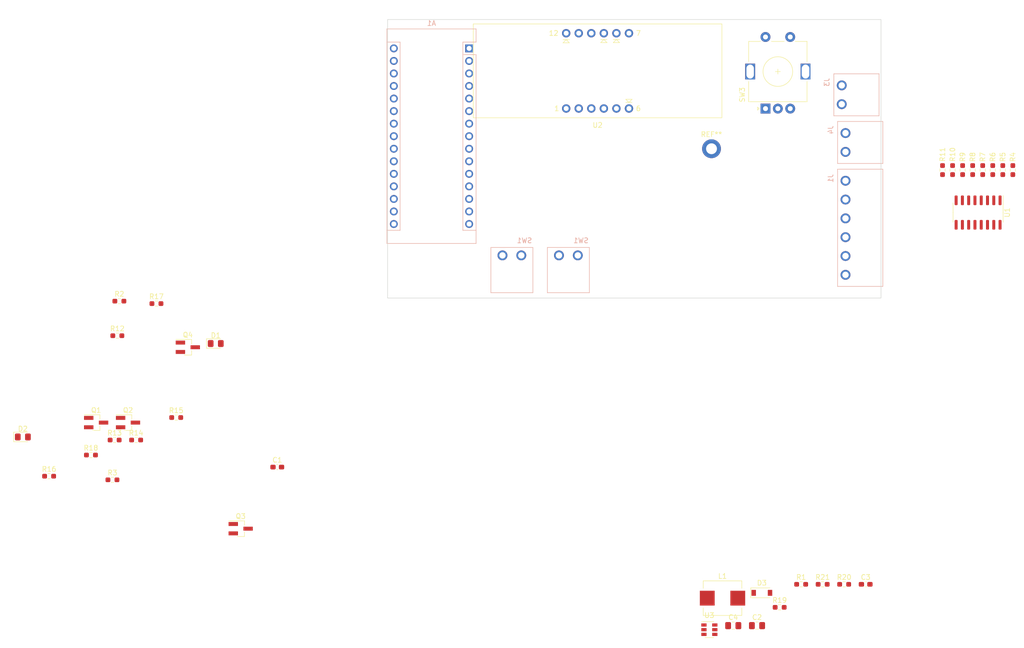
<source format=kicad_pcb>
(kicad_pcb (version 20210228) (generator pcbnew)
  (layers (0 "F.Cu" signal) (31 "B.Cu" signal) (34 "B.Paste" user) (35 "F.Paste" user) (36 "B.SilkS" user "B.Silkscreen") (37 "F.SilkS" user "F.Silkscreen") (38 "B.Mask" user) (39 "F.Mask" user) (44 "Edge.Cuts" user))
  (net 0 "")
  (net 2 "/User_Button")
  (net 3 "GND")
  (net 4 "/Encoder_B")
  (net 5 "/Encoder_A")
  (net 6 "/ENA")
  (net 7 "/DIR")
  (net 8 "/STEP")
  (net 9 "/Display/SER")
  (net 10 "/Display/SRCLK")
  (net 11 "/Display/~SRCLR")
  (net 12 "/REG_FB")
  (net 13 "/Display/SEG_D")
  (net 14 "/Display/RCLK")
  (net 15 "/Display/SEG_E")
  (net 16 "/Display/SEG_DP")
  (net 17 "+5V")
  (net 18 "/Display/~OE")
  (net 19 "/Display/SEG_A")
  (net 20 "/Display/SEG_B")
  (net 21 "/Display/SEG_C")
  (net 22 "/Display/Cathode_1")
  (net 23 "/Display/Cathode_2")
  (net 24 "/Display/Cathode_3")
  (net 25 "+36V")
  (net 26 "Net-(C3-Pad2)")
  (net 27 "Net-(C3-Pad1)")
  (net 28 "Net-(D1-Pad2)")
  (net 29 "Net-(D2-Pad2)")
  (net 30 "/Display/Cathode_4")
  (net 31 "/Display/LED_1")
  (net 32 "/Display/LED_2")
  (net 34 "/Display/Encoder_Switch")
  (net 36 "/Display/SEG_G")
  (net 37 "/Display/SEG_F")
  (net 38 "Net-(R4-Pad2)")
  (net 39 "Net-(R5-Pad2)")
  (net 40 "Net-(R6-Pad2)")
  (net 41 "Net-(R7-Pad2)")
  (net 42 "Net-(R8-Pad2)")
  (net 43 "Net-(R9-Pad2)")
  (net 44 "Net-(R10-Pad2)")
  (net 45 "Net-(R11-Pad2)")
  (net 46 "Net-(R19-Pad2)")
  (net 47 "Net-(Q1-Pad3)")
  (net 48 "Net-(Q2-Pad3)")
  (net 49 "Net-(Q3-Pad3)")
  (net 50 "Net-(Q4-Pad3)")
  (net 52 "Net-(SW1-Pad1)")
  (footprint "Diode_SMD:D_SOD-123" (layer "F.Cu") (at 76.48 131.06)
    (fp_text reference "D3" (at 0 -2) (layer "F.SilkS"))
    (fp_text value "DSK14")
    (fp_line (start -2.25 1) (end 1.65 1) (layer "F.SilkS") (width 0.12))
    (fp_line (start -2.25 -1) (end -2.25 1) (layer "F.SilkS") (width 0.12))
    (fp_line (start -2.25 -1) (end 1.65 -1) (layer "F.SilkS") (width 0.12))
    (pad "1" smd rect (at -1.65 0) (size 0.9 1.2) (layers "F.Cu" "F.Paste" "F.Mask") (net 26 "Net-(C3-Pad2)"))
    (pad "2" smd rect (at 1.65 0) (size 0.9 1.2) (layers "F.Cu" "F.Paste" "F.Mask") (net 3 "GND"))
  )
  (footprint "Resistor_SMD:R_0603_1608Metric_Pad0.98x0.95mm_HandSolder" (layer "F.Cu") (at 113.03 45.466 90)
    (fp_text reference "R11" (at 3.1515 0 90) (layer "F.SilkS"))
    (fp_text value "330R")
    (fp_line (start -0.254724 -0.5225) (end 0.254724 -0.5225) (layer "F.SilkS") (width 0.12))
    (fp_line (start -0.254724 0.5225) (end 0.254724 0.5225) (layer "F.SilkS") (width 0.12))
    (pad "1" smd roundrect (at -0.9125 0 90) (size 0.975 0.95) (layers "F.Cu" "F.Paste" "F.Mask") (net 15 "/Display/SEG_E"))
    (pad "2" smd roundrect (at 0.9125 0 90) (size 0.975 0.95) (layers "F.Cu" "F.Paste" "F.Mask") (net 45 "Net-(R11-Pad2)"))
  )
  (footprint "LED_SMD:LED_0805_2012Metric_Pad1.15x1.40mm_HandSolder" (layer "F.Cu") (at -73.025 99.5)
    (fp_text reference "D2" (at 0 -1.65) (layer "F.SilkS"))
    (fp_text value "Mode 2 LED")
    (fp_line (start 1 -0.96) (end -1.86 -0.96) (layer "F.SilkS") (width 0.12))
    (fp_line (start -1.86 -0.96) (end -1.86 0.96) (layer "F.SilkS") (width 0.12))
    (fp_line (start -1.86 0.96) (end 1 0.96) (layer "F.SilkS") (width 0.12))
    (pad "1" smd roundrect (at -1.025 0) (size 1.15 1.4) (layers "F.Cu" "F.Paste" "F.Mask") (roundrect_rratio 0.217391) (net 3 "GND"))
    (pad "2" smd roundrect (at 1.025 0) (size 1.15 1.4) (layers "F.Cu" "F.Paste" "F.Mask") (roundrect_rratio 0.217391) (net 29 "Net-(D2-Pad2)"))
  )
  (footprint "Capacitor_SMD:C_0805_2012Metric_Pad1.18x1.45mm_HandSolder" (layer "F.Cu") (at 75.5 137.7)
    (fp_text reference "C2" (at 0 -1.68) (layer "F.SilkS"))
    (fp_text value "10uF")
    (fp_line (start -0.261252 0.735) (end 0.261252 0.735) (layer "F.SilkS") (width 0.12))
    (fp_line (start -0.261252 -0.735) (end 0.261252 -0.735) (layer "F.SilkS") (width 0.12))
    (pad "1" smd roundrect (at -1.0375 0) (size 1.175 1.45) (layers "F.Cu" "F.Paste" "F.Mask") (roundrect_rratio 0.212766) (net 25 "+36V"))
    (pad "2" smd roundrect (at 1.0375 0) (size 1.175 1.45) (layers "F.Cu" "F.Paste" "F.Mask") (roundrect_rratio 0.212766) (net 3 "GND"))
  )
  (footprint "MountingHole:MountingHole_2.2mm_M2_DIN965_Pad" (layer "F.Cu") (at 66.294 41.148)
    (fp_text reference "REF**" (at 0 -2.9) (layer "F.SilkS"))
    (fp_text value "MountingHole_2.2mm_M2_DIN965_Pad")
    (pad "1" thru_hole circle (at 0 0) (size 3.8 3.8) (drill 2.2) (layers *.Cu *.Mask))
  )
  (footprint "Resistor_SMD:R_0603_1608Metric_Pad0.98x0.95mm_HandSolder" (layer "F.Cu") (at 117.094 45.466 90)
    (fp_text reference "R9" (at 2.6435 0 90) (layer "F.SilkS"))
    (fp_text value "330R")
    (fp_line (start -0.254724 0.5225) (end 0.254724 0.5225) (layer "F.SilkS") (width 0.12))
    (fp_line (start -0.254724 -0.5225) (end 0.254724 -0.5225) (layer "F.SilkS") (width 0.12))
    (pad "1" smd roundrect (at -0.9125 0 90) (size 0.975 0.95) (layers "F.Cu" "F.Paste" "F.Mask") (net 16 "/Display/SEG_DP"))
    (pad "2" smd roundrect (at 0.9125 0 90) (size 0.975 0.95) (layers "F.Cu" "F.Paste" "F.Mask") (net 43 "Net-(R9-Pad2)"))
  )
  (footprint "Capacitor_SMD:C_0805_2012Metric_Pad1.18x1.45mm_HandSolder" (layer "F.Cu") (at 70.69 137.7)
    (fp_text reference "C4" (at 0 -1.68) (layer "F.SilkS"))
    (fp_text value "10uF")
    (fp_line (start -0.261252 0.735) (end 0.261252 0.735) (layer "F.SilkS") (width 0.12))
    (fp_line (start -0.261252 -0.735) (end 0.261252 -0.735) (layer "F.SilkS") (width 0.12))
    (pad "1" smd roundrect (at -1.0375 0) (size 1.175 1.45) (layers "F.Cu" "F.Paste" "F.Mask") (roundrect_rratio 0.212766) (net 17 "+5V"))
    (pad "2" smd roundrect (at 1.0375 0) (size 1.175 1.45) (layers "F.Cu" "F.Paste" "F.Mask") (roundrect_rratio 0.212766) (net 3 "GND"))
  )
  (footprint "sonstige:FXC0630-220M" (layer "F.Cu") (at 68.52 132.135)
    (fp_text reference "L1" (at 0 -4.445 unlocked) (layer "F.SilkS"))
    (fp_text value "FXC0630-220M")
    (fp_line (start -3.9 3.5) (end 3.9 3.5) (layer "F.SilkS") (width 0.12))
    (fp_line (start 3.9 3.5) (end 3.9 2) (layer "F.SilkS") (width 0.12))
    (fp_line (start 3.9 -3.5) (end 3.9 -2) (layer "F.SilkS") (width 0.12))
    (fp_line (start -3.9 -2) (end -3.9 -3.5) (layer "F.SilkS") (width 0.12))
    (fp_line (start -3.9 2) (end -3.9 3.5) (layer "F.SilkS") (width 0.12))
    (fp_line (start -3.9 -3.5) (end 3.9 -3.5) (layer "F.SilkS") (width 0.12))
    (pad "1" smd rect (at -3.81 0) (size 3 3) (drill (offset 0.725 0)) (layers "F.Cu" "F.Paste" "F.Mask") (net 26 "Net-(C3-Pad2)"))
    (pad "2" smd rect (at 3.81 0) (size 3 3) (drill (offset -0.725 0)) (layers "F.Cu" "F.Paste" "F.Mask") (net 17 "+5V"))
  )
  (footprint "Package_SO:SOIC-16_3.9x9.9mm_P1.27mm" (layer "F.Cu") (at 120.224 54.068 -90)
    (fp_text reference "U1" (at 0 -5.9 90) (layer "F.SilkS"))
    (fp_text value "74HC595")
    (fp_line (start 0 -5.06) (end 1.95 -5.06) (layer "F.SilkS") (width 0.12))
    (fp_line (start 0 5.06) (end -1.95 5.06) (layer "F.SilkS") (width 0.12))
    (fp_line (start 0 5.06) (end 1.95 5.06) (layer "F.SilkS") (width 0.12))
    (fp_line (start 0 -5.06) (end -3.45 -5.06) (layer "F.SilkS") (width 0.12))
    (pad "1" smd roundrect (at -2.475 -4.445 270) (size 1.95 0.6) (layers "F.Cu" "F.Paste" "F.Mask") (net 37 "/Display/SEG_F"))
    (pad "2" smd roundrect (at -2.475 -3.175 270) (size 1.95 0.6) (layers "F.Cu" "F.Paste" "F.Mask") (net 19 "/Display/SEG_A"))
    (pad "3" smd roundrect (at -2.475 -1.905 270) (size 1.95 0.6) (layers "F.Cu" "F.Paste" "F.Mask") (net 36 "/Display/SEG_G"))
    (pad "4" smd roundrect (at -2.475 -0.635 270) (size 1.95 0.6) (layers "F.Cu" "F.Paste" "F.Mask") (net 21 "/Display/SEG_C"))
    (pad "5" smd roundrect (at -2.475 0.635 270) (size 1.95 0.6) (layers "F.Cu" "F.Paste" "F.Mask") (net 16 "/Display/SEG_DP"))
    (pad "6" smd roundrect (at -2.475 1.905 270) (size 1.95 0.6) (layers "F.Cu" "F.Paste" "F.Mask") (net 13 "/Display/SEG_D"))
    (pad "7" smd roundrect (at -2.475 3.175 270) (size 1.95 0.6) (layers "F.Cu" "F.Paste" "F.Mask") (net 15 "/Display/SEG_E"))
    (pad "8" smd roundrect (at -2.475 4.445 270) (size 1.95 0.6) (layers "F.Cu" "F.Paste" "F.Mask") (net 3 "GND"))
    (pad "9" smd roundrect (at 2.475 4.445 270) (size 1.95 0.6) (layers "F.Cu" "F.Paste" "F.Mask"))
    (pad "10" smd roundrect (at 2.475 3.175 270) (size 1.95 0.6) (layers "F.Cu" "F.Paste" "F.Mask") (net 11 "/Display/~SRCLR"))
    (pad "11" smd roundrect (at 2.475 1.905 270) (size 1.95 0.6) (layers "F.Cu" "F.Paste" "F.Mask") (net 10 "/Display/SRCLK"))
    (pad "12" smd roundrect (at 2.475 0.635 270) (size 1.95 0.6) (layers "F.Cu" "F.Paste" "F.Mask") (net 14 "/Display/RCLK"))
    (pad "13" smd roundrect (at 2.475 -0.635 270) (size 1.95 0.6) (layers "F.Cu" "F.Paste" "F.Mask") (net 18 "/Display/~OE"))
    (pad "14" smd roundrect (at 2.475 -1.905 270) (size 1.95 0.6) (layers "F.Cu" "F.Paste" "F.Mask") (net 9 "/Display/SER"))
    (pad "15" smd roundrect (at 2.475 -3.175 270) (size 1.95 0.6) (layers "F.Cu" "F.Paste" "F.Mask") (net 20 "/Display/SEG_B"))
    (pad "16" smd roundrect (at 2.475 -4.445 270) (size 1.95 0.6) (layers "F.Cu" "F.Paste" "F.Mask") (net 17 "+5V"))
  )
  (footprint "Resistor_SMD:R_0603_1608Metric_Pad0.98x0.95mm_HandSolder" (layer "F.Cu") (at -54.46 100.12)
    (fp_text reference "R13" (at 0 -1.43) (layer "F.SilkS"))
    (fp_text value "10K")
    (fp_line (start -0.254724 -0.5225) (end 0.254724 -0.5225) (layer "F.SilkS") (width 0.12))
    (fp_line (start -0.254724 0.5225) (end 0.254724 0.5225) (layer "F.SilkS") (width 0.12))
    (pad "1" smd roundrect (at -0.9125 0) (size 0.975 0.95) (layers "F.Cu" "F.Paste" "F.Mask") (net 22 "/Display/Cathode_1"))
    (pad "2" smd roundrect (at 0.9125 0) (size 0.975 0.95) (layers "F.Cu" "F.Paste" "F.Mask") (net 3 "GND"))
  )
  (footprint "Resistor_SMD:R_0603_1608Metric_Pad0.98x0.95mm_HandSolder" (layer "F.Cu") (at 123.19 45.466 90)
    (fp_text reference "R6" (at 2.6435 0 90) (layer "F.SilkS"))
    (fp_text value "330R")
    (fp_line (start -0.254724 0.5225) (end 0.254724 0.5225) (layer "F.SilkS") (width 0.12))
    (fp_line (start -0.254724 -0.5225) (end 0.254724 -0.5225) (layer "F.SilkS") (width 0.12))
    (pad "1" smd roundrect (at -0.9125 0 90) (size 0.975 0.95) (layers "F.Cu" "F.Paste" "F.Mask") (net 19 "/Display/SEG_A"))
    (pad "2" smd roundrect (at 0.9125 0 90) (size 0.975 0.95) (layers "F.Cu" "F.Paste" "F.Mask") (net 40 "Net-(R6-Pad2)"))
  )
  (footprint "Resistor_SMD:R_0603_1608Metric_Pad0.98x0.95mm_HandSolder" (layer "F.Cu") (at -54.9 108.18)
    (fp_text reference "R3" (at 0 -1.43) (layer "F.SilkS"))
    (fp_text value "10K")
    (fp_line (start -0.254724 0.5225) (end 0.254724 0.5225) (layer "F.SilkS") (width 0.12))
    (fp_line (start -0.254724 -0.5225) (end 0.254724 -0.5225) (layer "F.SilkS") (width 0.12))
    (pad "1" smd roundrect (at -0.9125 0) (size 0.975 0.95) (layers "F.Cu" "F.Paste" "F.Mask") (net 4 "/Encoder_B"))
    (pad "2" smd roundrect (at 0.9125 0) (size 0.975 0.95) (layers "F.Cu" "F.Paste" "F.Mask") (net 17 "+5V"))
  )
  (footprint "Resistor_SMD:R_0603_1608Metric_Pad0.98x0.95mm_HandSolder" (layer "F.Cu") (at 88.78 129.33)
    (fp_text reference "R21" (at 0 -1.43) (layer "F.SilkS"))
    (fp_text value "9.53K")
    (fp_line (start -0.254724 0.5225) (end 0.254724 0.5225) (layer "F.SilkS") (width 0.12))
    (fp_line (start -0.254724 -0.5225) (end 0.254724 -0.5225) (layer "F.SilkS") (width 0.12))
    (pad "1" smd roundrect (at -0.9125 0) (size 0.975 0.95) (layers "F.Cu" "F.Paste" "F.Mask") (net 12 "/REG_FB"))
    (pad "2" smd roundrect (at 0.9125 0) (size 0.975 0.95) (layers "F.Cu" "F.Paste" "F.Mask") (net 3 "GND"))
  )
  (footprint "Resistor_SMD:R_0603_1608Metric_Pad0.98x0.95mm_HandSolder" (layer "F.Cu") (at 125.222 45.466 90)
    (fp_text reference "R5" (at 2.6435 0 90) (layer "F.SilkS"))
    (fp_text value "330R")
    (fp_line (start -0.254724 0.5225) (end 0.254724 0.5225) (layer "F.SilkS") (width 0.12))
    (fp_line (start -0.254724 -0.5225) (end 0.254724 -0.5225) (layer "F.SilkS") (width 0.12))
    (pad "1" smd roundrect (at -0.9125 0 90) (size 0.975 0.95) (layers "F.Cu" "F.Paste" "F.Mask") (net 37 "/Display/SEG_F"))
    (pad "2" smd roundrect (at 0.9125 0 90) (size 0.975 0.95) (layers "F.Cu" "F.Paste" "F.Mask") (net 39 "Net-(R5-Pad2)"))
  )
  (footprint "Resistor_SMD:R_0603_1608Metric_Pad0.98x0.95mm_HandSolder" (layer "F.Cu") (at -67.7145 107.442)
    (fp_text reference "R16" (at 0 -1.43) (layer "F.SilkS"))
    (fp_text value "10K")
    (fp_line (start -0.254724 -0.5225) (end 0.254724 -0.5225) (layer "F.SilkS") (width 0.12))
    (fp_line (start -0.254724 0.5225) (end 0.254724 0.5225) (layer "F.SilkS") (width 0.12))
    (pad "1" smd roundrect (at -0.9125 0) (size 0.975 0.95) (layers "F.Cu" "F.Paste" "F.Mask") (net 23 "/Display/Cathode_2"))
    (pad "2" smd roundrect (at 0.9125 0) (size 0.975 0.95) (layers "F.Cu" "F.Paste" "F.Mask") (net 3 "GND"))
  )
  (footprint "LED_SMD:LED_0805_2012Metric_Pad1.15x1.40mm_HandSolder" (layer "F.Cu") (at -34.005 80.585)
    (fp_text reference "D1" (at 0 -1.65) (layer "F.SilkS"))
    (fp_text value "Mode 1 LED")
    (fp_line (start -1.86 0.96) (end 1 0.96) (layer "F.SilkS") (width 0.12))
    (fp_line (start -1.86 -0.96) (end -1.86 0.96) (layer "F.SilkS") (width 0.12))
    (fp_line (start 1 -0.96) (end -1.86 -0.96) (layer "F.SilkS") (width 0.12))
    (pad "1" smd roundrect (at -1.025 0) (size 1.15 1.4) (layers "F.Cu" "F.Paste" "F.Mask") (roundrect_rratio 0.217391) (net 3 "GND"))
    (pad "2" smd roundrect (at 1.025 0) (size 1.15 1.4) (layers "F.Cu" "F.Paste" "F.Mask") (roundrect_rratio 0.217391) (net 28 "Net-(D1-Pad2)"))
  )
  (footprint "Package_TO_SOT_SMD:SOT-23_Handsoldering" (layer "F.Cu") (at -51.75 96.59)
    (fp_text reference "Q2" (at 0 -2.5) (layer "F.SilkS"))
    (fp_text value "AO3402")
    (fp_line (start 0.76 1.58) (end -0.7 1.58) (layer "F.SilkS") (width 0.12))
    (fp_line (start 0.76 -1.58) (end -2.4 -1.58) (layer "F.SilkS") (width 0.12))
    (fp_line (start 0.76 -1.58) (end 0.76 -0.65) (layer "F.SilkS") (width 0.12))
    (fp_line (start 0.76 1.58) (end 0.76 0.65) (layer "F.SilkS") (width 0.12))
    (pad "1" smd rect (at -1.5 -0.95) (size 1.9 0.8) (layers "F.Cu" "F.Paste" "F.Mask") (net 23 "/Display/Cathode_2"))
    (pad "2" smd rect (at -1.5 0.95) (size 1.9 0.8) (layers "F.Cu" "F.Paste" "F.Mask") (net 3 "GND"))
    (pad "3" smd rect (at 1.5 0) (size 1.9 0.8) (layers "F.Cu" "F.Paste" "F.Mask") (net 48 "Net-(Q2-Pad3)"))
  )
  (footprint "Resistor_SMD:R_0603_1608Metric_Pad0.98x0.95mm_HandSolder" (layer "F.Cu") (at -50.11 100.12)
    (fp_text reference "R14" (at 0 -1.43) (layer "F.SilkS"))
    (fp_text value "470R")
    (fp_line (start -0.254724 0.5225) (end 0.254724 0.5225) (layer "F.SilkS") (width 0.12))
    (fp_line (start -0.254724 -0.5225) (end 0.254724 -0.5225) (layer "F.SilkS") (width 0.12))
    (pad "1" smd roundrect (at -0.9125 0) (size 0.975 0.95) (layers "F.Cu" "F.Paste" "F.Mask") (net 31 "/Display/LED_1"))
    (pad "2" smd roundrect (at 0.9125 0) (size 0.975 0.95) (layers "F.Cu" "F.Paste" "F.Mask") (net 28 "Net-(D1-Pad2)"))
  )
  (footprint "Resistor_SMD:R_0603_1608Metric_Pad0.98x0.95mm_HandSolder" (layer "F.Cu") (at 84.43 129.33)
    (fp_text reference "R1" (at 0 -1.43) (layer "F.SilkS"))
    (fp_text value "10K")
    (fp_line (start -0.254724 0.5225) (end 0.254724 0.5225) (layer "F.SilkS") (width 0.12))
    (fp_line (start -0.254724 -0.5225) (end 0.254724 -0.5225) (layer "F.SilkS") (width 0.12))
    (pad "1" smd roundrect (at -0.9125 0) (size 0.975 0.95) (layers "F.Cu" "F.Paste" "F.Mask") (net 2 "/User_Button"))
    (pad "2" smd roundrect (at 0.9125 0) (size 0.975 0.95) (layers "F.Cu" "F.Paste" "F.Mask") (net 17 "+5V"))
  )
  (footprint "Resistor_SMD:R_0603_1608Metric_Pad0.98x0.95mm_HandSolder" (layer "F.Cu") (at 127.254 45.466 90)
    (fp_text reference "R4" (at 2.6435 0 90) (layer "F.SilkS"))
    (fp_text value "330R")
    (fp_line (start -0.254724 0.5225) (end 0.254724 0.5225) (layer "F.SilkS") (width 0.12))
    (fp_line (start -0.254724 -0.5225) (end 0.254724 -0.5225) (layer "F.SilkS") (width 0.12))
    (pad "1" smd roundrect (at -0.9125 0 90) (size 0.975 0.95) (layers "F.Cu" "F.Paste" "F.Mask") (net 20 "/Display/SEG_B"))
    (pad "2" smd roundrect (at 0.9125 0 90) (size 0.975 0.95) (layers "F.Cu" "F.Paste" "F.Mask") (net 38 "Net-(R4-Pad2)"))
  )
  (footprint "Resistor_SMD:R_0603_1608Metric_Pad0.98x0.95mm_HandSolder" (layer "F.Cu") (at 121.158 45.466 90)
    (fp_text reference "R7" (at 2.6435 0 90) (layer "F.SilkS"))
    (fp_text value "330R")
    (fp_line (start -0.254724 0.5225) (end 0.254724 0.5225) (layer "F.SilkS") (width 0.12))
    (fp_line (start -0.254724 -0.5225) (end 0.254724 -0.5225) (layer "F.SilkS") (width 0.12))
    (pad "1" smd roundrect (at -0.9125 0 90) (size 0.975 0.95) (layers "F.Cu" "F.Paste" "F.Mask") (net 36 "/Display/SEG_G"))
    (pad "2" smd roundrect (at 0.9125 0 90) (size 0.975 0.95) (layers "F.Cu" "F.Paste" "F.Mask") (net 41 "Net-(R7-Pad2)"))
  )
  (footprint "Package_TO_SOT_SMD:SOT-23_Handsoldering" (layer "F.Cu") (at -28.956 118.07)
    (fp_text reference "Q3" (at 0 -2.5) (layer "F.SilkS"))
    (fp_text value "AO3402")
    (fp_line (start 0.76 1.58) (end 0.76 0.65) (layer "F.SilkS") (width 0.12))
    (fp_line (start 0.76 1.58) (end -0.7 1.58) (layer "F.SilkS") (width 0.12))
    (fp_line (start 0.76 -1.58) (end 0.76 -0.65) (layer "F.SilkS") (width 0.12))
    (fp_line (start 0.76 -1.58) (end -2.4 -1.58) (layer "F.SilkS") (width 0.12))
    (pad "1" smd rect (at -1.5 -0.95) (size 1.9 0.8) (layers "F.Cu" "F.Paste" "F.Mask") (net 24 "/Display/Cathode_3"))
    (pad "2" smd rect (at -1.5 0.95) (size 1.9 0.8) (layers "F.Cu" "F.Paste" "F.Mask") (net 3 "GND"))
    (pad "3" smd rect (at 1.5 0) (size 1.9 0.8) (layers "F.Cu" "F.Paste" "F.Mask") (net 49 "Net-(Q3-Pad3)"))
  )
  (footprint "Resistor_SMD:R_0603_1608Metric_Pad0.98x0.95mm_HandSolder" (layer "F.Cu") (at 80.08 133.99)
    (fp_text reference "R19" (at 0 -1.43) (layer "F.SilkS"))
    (fp_text value "10K")
    (fp_line (start -0.254724 -0.5225) (end 0.254724 -0.5225) (layer "F.SilkS") (width 0.12))
    (fp_line (start -0.254724 0.5225) (end 0.254724 0.5225) (layer "F.SilkS") (width 0.12))
    (pad "1" smd roundrect (at -0.9125 0) (size 0.975 0.95) (layers "F.Cu" "F.Paste" "F.Mask") (net 25 "+36V"))
    (pad "2" smd roundrect (at 0.9125 0) (size 0.975 0.95) (layers "F.Cu" "F.Paste" "F.Mask") (net 46 "Net-(R19-Pad2)"))
  )
  (footprint "Resistor_SMD:R_0603_1608Metric_Pad0.98x0.95mm_HandSolder" (layer "F.Cu") (at 115.062 45.466 90)
    (fp_text reference "R10" (at 3.1515 0 90) (layer "F.SilkS"))
    (fp_text value "330R")
    (fp_line (start -0.254724 0.5225) (end 0.254724 0.5225) (layer "F.SilkS") (width 0.12))
    (fp_line (start -0.254724 -0.5225) (end 0.254724 -0.5225) (layer "F.SilkS") (width 0.12))
    (pad "1" smd roundrect (at -0.9125 0 90) (size 0.975 0.95) (layers "F.Cu" "F.Paste" "F.Mask") (net 13 "/Display/SEG_D"))
    (pad "2" smd roundrect (at 0.9125 0 90) (size 0.975 0.95) (layers "F.Cu" "F.Paste" "F.Mask") (net 44 "Net-(R10-Pad2)"))
  )
  (footprint "sonstige:SR420561N" (layer "F.Cu") (at 43.245 25.38)
    (fp_text reference "U2" (at 0 11 unlocked) (layer "F.SilkS"))
    (fp_text value "SR420561N")
    (fp_text user "6" (at 8.255 7.62 unlocked) (layer "F.SilkS"))
    (fp_text user "12" (at -8.89 -7.62 unlocked) (layer "F.SilkS"))
    (fp_text user "1" (at -8.255 7.62 unlocked) (layer "F.SilkS"))
    (fp_text user "7" (at 8.255 -7.62 unlocked) (layer "F.SilkS"))
    (fp_line (start 5.701297 5.750959) (end 6.971297 5.750959) (layer "F.SilkS") (width 0.12))
    (fp_line (start 3.81 -6.35) (end 3.175 -5.715) (layer "F.SilkS") (width 0.12))
    (fp_line (start 4.445 -5.715) (end 3.81 -6.35) (layer "F.SilkS") (width 0.12))
    (fp_line (start 1.27 -6.35) (end 0.635 -5.715) (layer "F.SilkS") (width 0.12))
    (fp_line (start 3.175 -6.35) (end 4.445 -6.35) (layer "F.SilkS") (width 0.12))
    (fp_line (start 5.701297 6.385959) (end 6.971297 6.385959) (layer "F.SilkS") (width 0.12))
    (fp_line (start 1.905 -5.715) (end 1.27 -6.35) (layer "F.SilkS") (width 0.12))
    (fp_line (start -6.35 -6.317382) (end -6.985 -5.682382) (layer "F.SilkS") (width 0.12))
    (fp_line (start 6.971297 5.750959) (end 6.336297 6.385959) (layer "F.SilkS") (width 0.12))
    (fp_line (start -6.985 -6.317382) (end -5.715 -6.317382) (layer "F.SilkS") (width 0.12))
    (fp_line (start 3.175 -5.715) (end 4.445 -5.715) (layer "F.SilkS") (width 0.12))
    (fp_line (start -6.985 -5.682382) (end -5.715 -5.682382) (layer "F.SilkS") (width 0.12))
    (fp_line (start 0.635 -5.715) (end 1.905 -5.715) (layer "F.SilkS") (width 0.12))
    (fp_line (start 6.336297 6.385959) (end 5.701297 5.750959) (layer "F.SilkS") (width 0.12))
    (fp_line (start 0.635 -6.35) (end 1.905 -6.35) (layer "F.SilkS") (width 0.12))
    (fp_line (start -5.715 -5.682382) (end -6.35 -6.317382) (layer "F.SilkS") (width 0.12))
    (fp_rect (start 25.15 -9.5) (end -25.15 9.5) (layer "F.SilkS") (width 0.12) (fill none))
    (pad "1" thru_hole circle (at -6.35 7.62) (size 1.7 1.7) (drill 1) (layers *.Cu *.Mask) (net 45 "Net-(R11-Pad2)"))
    (pad "2" thru_hole circle (at -3.81 7.62) (size 1.7 1.7) (drill 1) (layers *.Cu *.Mask) (net 44 "Net-(R10-Pad2)"))
    (pad "3" thru_hole circle (at -1.27 7.62) (size 1.7 1.7) (drill 1) (layers *.Cu *.Mask) (net 43 "Net-(R9-Pad2)"))
    (pad "4" thru_hole circle (at 1.27 7.62) (size 1.7 1.7) (drill 1) (layers *.Cu *.Mask) (net 42 "Net-(R8-Pad2)"))
    (pad "5" thru_hole circle (at 3.81 7.62) (size 1.7 1.7) (drill 1) (layers *.Cu *.Mask) (net 41 "Net-(R7-Pad2)"))
    (pad "6" thru_hole circle (at 6.35 7.62) (size 1.7 1.7) (drill 1) (layers *.Cu *.Mask) (net 47 "Net-(Q1-Pad3)"))
    (pad "7" thru_hole circle (at 6.35 -7.62) (size 1.7 1.7) (drill 1) (layers *.Cu *.Mask) (net 38 "Net-(R4-Pad2)"))
    (pad "8" thru_hole circle (at 3.81 -7.62) (size 1.7 1.7) (drill 1) (layers *.Cu *.Mask) (net 48 "Net-(Q2-Pad3)"))
    (pad "9" thru_hole circle (at 1.27 -7.62) (size 1.7 1.7) (drill 1) (layers *.Cu *.Mask) (net 49 "Net-(Q3-Pad3)"))
    (pad "10" thru_hole circle (at -1.27 -7.62) (size 1.7 1.7) (drill 1) (layers *.Cu *.Mask) (net 39 "Net-(R5-Pad2)"))
    (pad "11" thru_hole circle (at -3.81 -7.62) (size 1.7 1.7) (drill 1) (layers *.Cu *.Mask) (net 40 "Net-(R6-Pad2)"))
    (pad "12" thru_hole circle (at -6.35 -7.62) (size 1.7 1.7) (drill 1) (layers *.Cu *.Mask) (net 50 "Net-(Q4-Pad3)"))
  )
  (footprint "Resistor_SMD:R_0603_1608Metric_Pad0.98x0.95mm_HandSolder" (layer "F.Cu") (at 93.13 129.33)
    (fp_text reference "R20" (at 0 -1.43) (layer "F.SilkS"))
    (fp_text value "50K")
    (fp_line (start -0.254724 -0.5225) (end 0.254724 -0.5225) (layer "F.SilkS") (width 0.12))
    (fp_line (start -0.254724 0.5225) (end 0.254724 0.5225) (layer "F.SilkS") (width 0.12))
    (pad "1" smd roundrect (at -0.9125 0) (size 0.975 0.95) (layers "F.Cu" "F.Paste" "F.Mask") (net 12 "/REG_FB"))
    (pad "2" smd roundrect (at 0.9125 0) (size 0.975 0.95) (layers "F.Cu" "F.Paste" "F.Mask") (net 17 "+5V"))
  )
  (footprint "Rotary_Encoder:RotaryEncoder_Alps_EC11E-Switch_Vertical_H20mm" (layer "F.Cu") (at 77.216 33.02 90)
    (fp_text reference "SW3" (at 2.8 -4.7 90) (layer "F.SilkS"))
    (fp_text value "Rotary Encoder")
    (fp_line (start 13.6 1.2) (end 13.6 3.8) (layer "F.SilkS") (width 0.12))
    (fp_line (start 5.5 -3.4) (end 1.4 -3.4) (layer "F.SilkS") (width 0.12))
    (fp_line (start 13.6 6) (end 13.6 8.4) (layer "F.SilkS") (width 0.12))
    (fp_line (start 0 -1.3) (end -0.3 -1.6) (layer "F.SilkS") (width 0.12))
    (fp_line (start 7.5 2) (end 7.5 3) (layer "F.SilkS") (width 0.12))
    (fp_line (start 7 2.5) (end 8 2.5) (layer "F.SilkS") (width 0.12))
    (fp_line (start 9.5 -3.4) (end 13.6 -3.4) (layer "F.SilkS") (width 0.12))
    (fp_line (start -0.3 -1.6) (end 0.3 -1.6) (layer "F.SilkS") (width 0.12))
    (fp_line (start 13.6 -3.4) (end 13.6 -1) (layer "F.SilkS") (width 0.12))
    (fp_line (start 1.4 -3.4) (end 1.4 8.4) (layer "F.SilkS") (width 0.12))
    (fp_line (start 0.3 -1.6) (end 0 -1.3) (layer "F.SilkS") (width 0.12))
    (fp_line (start 5.5 8.4) (end 1.4 8.4) (layer "F.SilkS") (width 0.12))
    (fp_line (start 13.6 8.4) (end 9.5 8.4) (layer "F.SilkS") (width 0.12))
    (fp_circle (center 7.5 2.5) (end 10.5 2.5) (layer "F.SilkS") (width 0.12) (fill none))
    (pad "A" thru_hole rect (at 0 0 90) (size 2 2) (drill 1) (layers *.Cu *.Mask) (net 5 "/Encoder_A"))
    (pad "B" thru_hole circle (at 0 5 90) (size 2 2) (drill 1) (layers *.Cu *.Mask) (net 4 "/Encoder_B"))
    (pad "C" thru_hole circle (at 0 2.5 90) (size 2 2) (drill 1) (layers *.Cu *.Mask) (net 3 "GND"))
    (pad "MP" thru_hole rect (at 7.5 -3.1 90) (size 3.2 2) (drill oval 2.8 1.5) (layers *.Cu *.Mask))
    (pad "MP" thru_hole rect (at 7.5 8.1 90) (size 3.2 2) (drill oval 2.8 1.5) (layers *.Cu *.Mask))
    (pad "S1" thru_hole circle (at 14.5 5 90) (size 2 2) (drill 1) (layers *.Cu *.Mask) (net 34 "/Display/Encoder_Switch"))
    (pad "S2" thru_hole circle (at 14.5 0 90) (size 2 2) (drill 1) (layers *.Cu *.Mask) (net 3 "GND"))
  )
  (footprint "Resistor_SMD:R_0603_1608Metric_Pad0.98x0.95mm_HandSolder" (layer "F.Cu") (at -46 72.5)
    (fp_text reference "R17" (at 0 -1.43) (layer "F.SilkS"))
    (fp_text value "10K")
    (fp_line (start -0.254724 -0.5225) (end 0.254724 -0.5225) (layer "F.SilkS") (width 0.12))
    (fp_line (start -0.254724 0.5225) (end 0.254724 0.5225) (layer "F.SilkS") (width 0.12))
    (pad "1" smd roundrect (at -0.9125 0) (size 0.975 0.95) (layers "F.Cu" "F.Paste" "F.Mask") (net 24 "/Display/Cathode_3"))
    (pad "2" smd roundrect (at 0.9125 0) (size 0.975 0.95) (layers "F.Cu" "F.Paste" "F.Mask") (net 3 "GND"))
  )
  (footprint "Resistor_SMD:R_0603_1608Metric_Pad0.98x0.95mm_HandSolder" (layer "F.Cu") (at -53.9125 79)
    (fp_text reference "R12" (at 0 -1.43) (layer "F.SilkS"))
    (fp_text value "10K")
    (fp_line (start -0.254724 0.5225) (end 0.254724 0.5225) (layer "F.SilkS") (width 0.12))
    (fp_line (start -0.254724 -0.5225) (end 0.254724 -0.5225) (layer "F.SilkS") (width 0.12))
    (pad "1" smd roundrect (at -0.9125 0) (size 0.975 0.95) (layers "F.Cu" "F.Paste" "F.Mask") (net 17 "+5V"))
    (pad "2" smd roundrect (at 0.9125 0) (size 0.975 0.95) (layers "F.Cu" "F.Paste" "F.Mask") (net 34 "/Display/Encoder_Switch"))
  )
  (footprint "Package_TO_SOT_SMD:SOT-23_Handsoldering" (layer "F.Cu") (at -39.65 81.34)
    (fp_text reference "Q4" (at 0 -2.5) (layer "F.SilkS"))
    (fp_text value "AO3402")
    (fp_line (start 0.76 -1.58) (end 0.76 -0.65) (layer "F.SilkS") (width 0.12))
    (fp_line (start 0.76 1.58) (end 0.76 0.65) (layer "F.SilkS") (width 0.12))
    (fp_line (start 0.76 -1.58) (end -2.4 -1.58) (layer "F.SilkS") (width 0.12))
    (fp_line (start 0.76 1.58) (end -0.7 1.58) (layer "F.SilkS") (width 0.12))
    (pad "1" smd rect (at -1.5 -0.95) (size 1.9 0.8) (layers "F.Cu" "F.Paste" "F.Mask") (net 30 "/Display/Cathode_4"))
    (pad "2" smd rect (at -1.5 0.95) (size 1.9 0.8) (layers "F.Cu" "F.Paste" "F.Mask") (net 3 "GND"))
    (pad "3" smd rect (at 1.5 0) (size 1.9 0.8) (layers "F.Cu" "F.Paste" "F.Mask") (net 50 "Net-(Q4-Pad3)"))
  )
  (footprint "Package_TO_SOT_SMD:SOT-23_Handsoldering" (layer "F.Cu") (at -58.2 96.59)
    (fp_text reference "Q1" (at 0 -2.5) (layer "F.SilkS"))
    (fp_text value "AO3402")
    (fp_line (start 0.76 -1.58) (end 0.76 -0.65) (layer "F.SilkS") (width 0.12))
    (fp_line (start 0.76 1.58) (end -0.7 1.58) (layer "F.SilkS") (width 0.12))
    (fp_line (start 0.76 -1.58) (end -2.4 -1.58) (layer "F.SilkS") (width 0.12))
    (fp_line (start 0.76 1.58) (end 0.76 0.65) (layer "F.SilkS") (width 0.12))
    (pad "1" smd rect (at -1.5 -0.95) (size 1.9 0.8) (layers "F.Cu" "F.Paste" "F.Mask") (net 22 "/Display/Cathode_1"))
    (pad "2" smd rect (at -1.5 0.95) (size 1.9 0.8) (layers "F.Cu" "F.Paste" "F.Mask") (net 3 "GND"))
    (pad "3" smd rect (at 1.5 0) (size 1.9 0.8) (layers "F.Cu" "F.Paste" "F.Mask") (net 47 "Net-(Q1-Pad3)"))
  )
  (footprint "Resistor_SMD:R_0603_1608Metric_Pad0.98x0.95mm_HandSolder" (layer "F.Cu") (at -53.5 72)
    (fp_text reference "R2" (at 0 -1.43) (layer "F.SilkS"))
    (fp_text value "10K")
    (fp_line (start -0.254724 -0.5225) (end 0.254724 -0.5225) (layer "F.SilkS") (width 0.12))
    (fp_line (start -0.254724 0.5225) (end 0.254724 0.5225) (layer "F.SilkS") (width 0.12))
    (pad "1" smd roundrect (at -0.9125 0) (size 0.975 0.95) (layers "F.Cu" "F.Paste" "F.Mask") (net 17 "+5V"))
    (pad "2" smd roundrect (at 0.9125 0) (size 0.975 0.95) (layers "F.Cu" "F.Paste" "F.Mask") (net 5 "/Encoder_A"))
  )
  (footprint "Capacitor_SMD:C_0603_1608Metric_Pad1.08x0.95mm_HandSolder" (layer "F.Cu") (at -21.556 105.6)
    (fp_text reference "C1" (at 0 -1.43) (layer "F.SilkS"))
    (fp_text value "100nF")
    (fp_line (start -0.146267 0.51) (end 0.146267 0.51) (layer "F.SilkS") (width 0.12))
    (fp_line (start -0.146267 -0.51) (end 0.146267 -0.51) (layer "F.SilkS") (width 0.12))
    (pad "1" smd roundrect (at -0.8625 0) (size 1.075 0.95) (layers "F.Cu" "F.Paste" "F.Mask") (net 17 "+5V"))
    (pad "2" smd roundrect (at 0.8625 0) (size 1.075 0.95) (layers "F.Cu" "F.Paste" "F.Mask") (net 3 "GND"))
  )
  (footprint "Package_TO_SOT_SMD:SOT-23-6" (layer "F.Cu") (at 65.86 138.52)
    (fp_text reference "U3" (at 0 -2.9) (layer "F.SilkS"))
    (fp_text value "AOZ1282CI")
    (fp_line (start 0.9 -1.61) (end -1.55 -1.61) (layer "F.SilkS") (width 0.12))
    (fp_line (start -0.9 1.61) (end 0.9 1.61) (layer "F.SilkS") (width 0.12))
    (pad "1" smd rect (at -1.1 -0.95) (size 1.06 0.65) (layers "F.Cu" "F.Paste" "F.Mask") (net 27 "Net-(C3-Pad1)"))
    (pad "2" smd rect (at -1.1 0) (size 1.06 0.65) (layers "F.Cu" "F.Paste" "F.Mask") (net 3 "GND"))
    (pad "3" smd rect (at -1.1 0.95) (size 1.06 0.65) (layers "F.Cu" "F.Paste" "F.Mask") (net 12 "/REG_FB"))
    (pad "4" smd rect (at 1.1 0.95) (size 1.06 0.65) (layers "F.Cu" "F.Paste" "F.Mask") (net 46 "Net-(R19-Pad2)"))
    (pad "5" smd rect (at 1.1 0) (size 1.06 0.65) (layers "F.Cu" "F.Paste" "F.Mask") (net 25 "+36V"))
    (pad "6" smd rect (at 1.1 -0.95) (size 1.06 0.65) (layers "F.Cu" "F.Paste" "F.Mask") (net 26 "Net-(C3-Pad2)"))
  )
  (footprint "Resistor_SMD:R_0603_1608Metric_Pad0.98x0.95mm_HandSolder" (layer "F.Cu") (at 119.126 45.466 90)
    (fp_text reference "R8" (at 2.6435 0 90) (layer "F.SilkS"))
    (fp_text value "330R")
    (fp_line (start -0.254724 0.5225) (end 0.254724 0.5225) (layer "F.SilkS") (width 0.12))
    (fp_line (start -0.254724 -0.5225) (end 0.254724 -0.5225) (layer "F.SilkS") (width 0.12))
    (pad "1" smd roundrect (at -0.9125 0 90) (size 0.975 0.95) (layers "F.Cu" "F.Paste" "F.Mask") (net 21 "/Display/SEG_C"))
    (pad "2" smd roundrect (at 0.9125 0 90) (size 0.975 0.95) (layers "F.Cu" "F.Paste" "F.Mask") (net 42 "Net-(R8-Pad2)"))
  )
  (footprint "Resistor_SMD:R_0603_1608Metric_Pad0.98x0.95mm_HandSolder" (layer "F.Cu") (at -42 95.57)
    (fp_text reference "R15" (at 0 -1.43) (layer "F.SilkS"))
    (fp_text value "470R")
    (fp_line (start -0.254724 0.5225) (end 0.254724 0.5225) (layer "F.SilkS") (width 0.12))
    (fp_line (start -0.254724 -0.5225) (end 0.254724 -0.5225) (layer "F.SilkS") (width 0.12))
    (pad "1" smd roundrect (at -0.9125 0) (size 0.975 0.95) (layers "F.Cu" "F.Paste" "F.Mask") (net 32 "/Display/LED_2"))
    (pad "2" smd roundrect (at 0.9125 0) (size 0.975 0.95) (layers "F.Cu" "F.Paste" "F.Mask") (net 29 "Net-(D2-Pad2)"))
  )
  (footprint "Capacitor_SMD:C_0603_1608Metric_Pad1.08x0.95mm_HandSolder" (layer "F.Cu") (at 97.48 129.33)
    (fp_text reference "C3" (at 0 -1.43) (layer "F.SilkS"))
    (fp_text value "100nF")
    (fp_line (start -0.146267 -0.51) (end 0.146267 -0.51) (layer "F.SilkS") (width 0.12))
    (fp_line (start -0.146267 0.51) (end 0.146267 0.51) (layer "F.SilkS") (width 0.12))
    (pad "1" smd roundrect (at -0.8625 0) (size 1.075 0.95) (layers "F.Cu" "F.Paste" "F.Mask") (net 27 "Net-(C3-Pad1)"))
    (pad "2" smd roundrect (at 0.8625 0) (size 1.075 0.95) (layers "F.Cu" "F.Paste" "F.Mask") (net 26 "Net-(C3-Pad2)"))
  )
  (footprint "Resistor_SMD:R_0603_1608Metric_Pad0.98x0.95mm_HandSolder" (layer "F.Cu") (at -59.25 103.16)
    (fp_text reference "R18" (at 0 -1.43) (layer "F.SilkS"))
    (fp_text value "10K")
    (fp_line (start -0.254724 -0.5225) (end 0.254724 -0.5225) (layer "F.SilkS") (width 0.12))
    (fp_line (start -0.254724 0.5225) (end 0.254724 0.5225) (layer "F.SilkS") (width 0.12))
    (pad "1" smd roundrect (at -0.9125 0) (size 0.975 0.95) (layers "F.Cu" "F.Paste" "F.Mask") (net 30 "/Display/Cathode_4"))
    (pad "2" smd roundrect (at 0.9125 0) (size 0.975 0.95) (layers "F.Cu" "F.Paste" "F.Mask") (net 3 "GND"))
  )
  (footprint "sonstige:WJ15EDGRC-3.81-2P" (layer "B.Cu") (at 92.64 30.226 90)
    (fp_text reference "J3" (at 2.54 -3 90 unlocked) (layer "B.SilkS") (effects (justify mirror)))
    (fp_text value "Feed Button Connector")
    (fp_line (start 4.25 -1.6) (end -4.25 -1.6) (layer "B.SilkS") (width 0.12))
    (fp_line (start -4.25 7.55) (end -4.25 -1.6) (layer "B.SilkS") (width 0.12))
    (fp_line (start 4.25 -1.6) (end 4.25 7.55) (layer "B.SilkS") (width 0.12))
    (fp_line (start -4.25 7.55) (end 4.25 7.55) (layer "B.SilkS") (width 0.12))
    (pad "1" thru_hole circle (at -1.905 0 90) (size 2 2) (drill 1.3) (layers *.Cu *.Mask) (net 2 "/User_Button"))
    (pad "2" thru_hole circle (at 1.905 0 90) (size 2 2) (drill 1.3) (layers *.Cu *.Mask) (net 3 "GND"))
  )
  (footprint "sonstige:WJ15EDGRC-3.81-2P" (layer "B.Cu") (at 25.908 62.738)
    (fp_text reference "SW1" (at 2.54 -3 unlocked) (layer "B.SilkS") (effects (justify mirror)))
    (fp_text value "Reset Button")
    (fp_line (start 4.25 -1.6) (end 4.25 7.55) (layer "B.SilkS") (width 0.12))
    (fp_line (start 4.25 -1.6) (end -4.25 -1.6) (layer "B.SilkS") (width 0.12))
    (fp_line (start -4.25 7.55) (end -4.25 -1.6) (layer "B.SilkS") (width 0.12))
    (fp_line (start -4.25 7.55) (end 4.25 7.55) (layer "B.SilkS") (width 0.12))
    (pad "1" thru_hole circle (at -1.905 0) (size 2 2) (drill 1.3) (layers *.Cu *.Mask) (net 52 "Net-(SW1-Pad1)"))
    (pad "2" thru_hole circle (at 1.905 0) (size 2 2) (drill 1.3) (layers *.Cu *.Mask) (net 3 "GND"))
  )
  (footprint "Module:Arduino_Nano" (layer "B.Cu") (at 17.262 20.828 180)
    (fp_text reference "A1" (at 7.62 5.08 180) (layer "B.SilkS") (effects (justify mirror)))
    (fp_text value "Arduino_Nano_v3.x")
    (fp_line (start 1.27 1.27) (end -1.4 1.27) (layer "B.SilkS") (width 0.12))
    (fp_line (start 13.97 -36.83) (end 16.64 -36.83) (layer "B.SilkS") (width 0.12))
    (fp_line (start 1.27 -1.27) (end -1.4 -1.27) (layer "B.SilkS") (width 0.12))
    (fp_line (start 16.64 3.94) (end -1.4 3.94) (layer "B.SilkS") (width 0.12))
    (fp_line (start -1.4 -39.5) (end 16.64 -39.5) (layer "B.SilkS") (width 0.12))
    (fp_line (start 13.97 1.27) (end 16.64 1.27) (layer "B.SilkS") (width 0.12))
    (fp_line (start 13.97 1.27) (end 13.97 -36.83) (layer "B.SilkS") (width 0.12))
    (fp_line (start 1.27 -1.27) (end 1.27 1.27) (layer "B.SilkS") (width 0.12))
    (fp_line (start -1.4 3.94) (end -1.4 1.27) (layer "B.SilkS") (width 0.12))
    (fp_line (start 1.27 -1.27) (end 1.27 -36.83) (layer "B.SilkS") (width 0.12))
    (fp_line (start 16.64 -39.5) (end 16.64 3.94) (layer "B.SilkS") (width 0.12))
    (fp_line (start 1.27 -36.83) (end -1.4 -36.83) (layer "B.SilkS") (width 0.12))
    (fp_line (start -1.4 -1.27) (end -1.4 -39.5) (layer "B.SilkS") (width 0.12))
    (pad "1" thru_hole rect (at 0 0 180) (size 1.6 1.6) (drill 1) (layers *.Cu *.Mask))
    (pad "2" thru_hole oval (at 0 -2.54 180) (size 1.6 1.6) (drill 1) (layers *.Cu *.Mask))
    (pad "3" thru_hole oval (at 0 -5.08 180) (size 1.6 1.6) (drill 1) (layers *.Cu *.Mask))
    (pad "4" thru_hole oval (at 0 -7.62 180) (size 1.6 1.6) (drill 1) (layers *.Cu *.Mask) (net 3 "GND"))
    (pad "5" thru_hole oval (at 0 -10.16 180) (size 1.6 1.6) (drill 1) (layers *.Cu *.Mask) (net 34 "/Display/Encoder_Switch"))
    (pad "6" thru_hole oval (at 0 -12.7 180) (size 1.6 1.6) (drill 1) (layers *.Cu *.Mask) (net 32 "/Display/LED_2"))
    (pad "7" thru_hole oval (at 0 -15.24 180) (size 1.6 1.6) (drill 1) (layers *.Cu *.Mask) (net 31 "/Display/LED_1"))
    (pad "8" thru_hole oval (at 0 -17.78 180) (size 1.6 1.6) (drill 1) (layers *.Cu *.Mask) (net 30 "/Display/Cathode_4"))
    (pad "9" thru_hole oval (at 0 -20.32 180) (size 1.6 1.6) (drill 1) (layers *.Cu *.Mask) (net 24 "/Display/Cathode_3"))
    (pad "10" thru_hole oval (at 0 -22.86 180) (size 1.6 1.6) (drill 1) (layers *.Cu *.Mask) (net 23 "/Display/Cathode_2"))
    (pad "11" thru_hole oval (at 0 -25.4 180) (size 1.6 1.6) (drill 1) (layers *.Cu *.Mask) (net 22 "/Display/Cathode_1"))
    (pad "12" thru_hole oval (at 0 -27.94 180) (size 1.6 1.6) (drill 1) (layers *.Cu *.Mask) (net 18 "/Display/~OE"))
    (pad "13" thru_hole oval (at 0 -30.48 180) (size 1.6 1.6) (drill 1) (layers *.Cu *.Mask) (net 14 "/Display/RCLK"))
    (pad "14" thru_hole oval (at 0 -33.02 180) (size 1.6 1.6) (drill 1) (layers *.Cu *.Mask) (net 11 "/Display/~SRCLR"))
    (pad "15" thru_hole oval (at 0 -35.56 180) (size 1.6 1.6) (drill 1) (layers *.Cu *.Mask) (net 10 "/Display/SRCLK"))
    (pad "16" thru_hole oval (at 15.24 -35.56 180) (size 1.6 1.6) (drill 1) (layers *.Cu *.Mask) (net 9 "/Display/SER"))
    (pad "17" thru_hole oval (at 15.24 -33.02 180) (size 1.6 1.6) (drill 1) (layers *.Cu *.Mask))
    (pad "18" thru_hole oval (at 15.24 -30.48 180) (size 1.6 1.6) (drill 1) (layers *.Cu *.Mask))
    (pad "19" thru_hole oval (at 15.24 -27.94 180) (size 1.6 1.6) (drill 1) (layers *.Cu *.Mask) (net 8 "/STEP"))
    (pad "20" thru_hole oval (at 15.24 -25.4 180) (size 1.6 1.6) (drill 1) (layers *.Cu *.Mask) (net 7 "/DIR"))
    (pad "21" thru_hole oval (at 15.24 -22.86 180) (size 1.6 1.6) (drill 1) (layers *.Cu *.Mask) (net 6 "/ENA"))
    (pad "22" thru_hole oval (at 15.24 -20.32 180) (size 1.6 1.6) (drill 1) (layers *.Cu *.Mask) (net 5 "/Encoder_A"))
    (pad "23" thru_hole oval (at 15.24 -17.78 180) (size 1.6 1.6) (drill 1) (layers *.Cu *.Mask) (net 4 "/Encoder_B"))
    (pad "24" thru_hole oval (at 15.24 -15.24 180) (size 1.6 1.6) (drill 1) (layers *.Cu *.Mask) (net 2 "/User_Button"))
    (pad "25" thru_hole oval (at 15.24 -12.7 180) (size 1.6 1.6) (drill 1) (layers *.Cu *.Mask))
    (pad "26" thru_hole oval (at 15.24 -10.16 180) (size 1.6 1.6) (drill 1) (layers *.Cu *.Mask))
    (pad "27" thru_hole oval (at 15.24 -7.62 180) (size 1.6 1.6) (drill 1) (layers *.Cu *.Mask) (net 17 "+5V"))
    (pad "28" thru_hole oval (at 15.24 -5.08 180) (size 1.6 1.6) (drill 1) (layers *.Cu *.Mask) (net 52 "Net-(SW1-Pad1)"))
    (pad "29" thru_hole oval (at 15.24 -2.54 180) (size 1.6 1.6) (drill 1) (layers *.Cu *.Mask) (net 3 "GND"))
    (pad "30" thru_hole oval (at 15.24 0 180) (size 1.6 1.6) (drill 1) (layers *.Cu *.Mask))
  )
  (footprint "sonstige:WJ15EDGRC-3.81-2P" (layer "B.Cu") (at 37.338 62.738)
    (fp_text reference "SW1" (at 2.54 -3 unlocked) (layer "B.SilkS") (effects (justify mirror)))
    (fp_text value "Reset Button")
    (fp_line (start 4.25 -1.6) (end 4.25 7.55) (layer "B.SilkS") (width 0.12))
    (fp_line (start 4.25 -1.6) (end -4.25 -1.6) (layer "B.SilkS") (width 0.12))
    (fp_line (start -4.25 7.55) (end -4.25 -1.6) (layer "B.SilkS") (width 0.12))
    (fp_line (start -4.25 7.55) (end 4.25 7.55) (layer "B.SilkS") (width 0.12))
    (pad "1" thru_hole circle (at -1.905 0) (size 2 2) (drill 1.3) (layers *.Cu *.Mask))
    (pad "2" thru_hole circle (at 1.905 0) (size 2 2) (drill 1.3) (layers *.Cu *.Mask))
  )
  (footprint "sonstige:WJ15EDGRC-3.81-6P" (layer "B.Cu") (at 93.402 57.15 90)
    (fp_text reference "J1" (at 10 -3 90 unlocked) (layer "B.SilkS") (effects (justify mirror)))
    (fp_text value "Motor Connector")
    (fp_line (start 11.87 -1.6) (end 11.87 7.55) (layer "B.SilkS") (width 0.12))
    (fp_line (start -11.87 7.55) (end -11.87 -1.6) (layer "B.SilkS") (width 0.12))
    (fp_line (start 11.87 -1.6) (end -11.87 -1.6) (layer "B.SilkS") (width 0.12))
    (fp_line (start -11.87 7.55) (end 11.87 7.55) (layer "B.SilkS") (width 0.12))
    (pad "1" thru_hole circle (at -9.525 0 90) (size 2 2) (drill 1.3) (layers *.Cu *.Mask) (net 8 "/STEP"))
    (pad "2" thru_hole circle (at -5.715 0 90) (size 2 2) (drill 1.3) (layers *.Cu *.Mask) (net 3 "GND"))
    (pad "3" thru_hole circle (at -1.905 0 90) (size 2 2) (drill 1.3) (layers *.Cu *.Mask) (net 7 "/DIR"))
    (pad "4" thru_hole circle (at 1.905 0 90) (size 2 2) (drill 1.3) (layers *.Cu *.Mask) (net 3 "GND"))
    (pad "5" thru_hole circle (at 5.715 0 90) (size 2 2) (drill 1.3) (layers *.Cu *.Mask) (net 6 "/ENA"))
    (pad "6" thru_hole circle (at 9.525 0 90) (size 2 2) (drill 1.3) (layers *.Cu *.Mask) (net 3 "GND"))
  )
  (footprint "sonstige:WJ15EDGRC-3.81-2P" (layer "B.Cu") (at 93.402 39.878 90)
    (fp_text reference "J4" (at 2.54 -3 90 unlocked) (layer "B.SilkS") (effects (justify mirror)))
    (fp_text value "Power In")
    (fp_line (start -4.25 7.55) (end 4.25 7.55) (layer "B.SilkS") (width 0.12))
    (fp_line (start 4.25 -1.6) (end -4.25 -1.6) (layer "B.SilkS") (width 0.12))
    (fp_line (start 4.25 -1.6) (end 4.25 7.55) (layer "B.SilkS") (width 0.12))
    (fp_line (start -4.25 7.55) (end -4.25 -1.6) (layer "B.SilkS") (width 0.12))
    (pad "1" thru_hole circle (at -1.905 0 90) (size 2 2) (drill 1.3) (layers *.Cu *.Mask) (net 3 "GND"))
    (pad "2" thru_hole circle (at 1.905 0 90) (size 2 2) (drill 1.3) (layers *.Cu *.Mask) (net 25 "+36V"))
  )
  (gr_rect (start 0.762 14.986) (end 100.584 71.374) (layer "Edge.Cuts") (width 0.1) (fill none))
)
</source>
